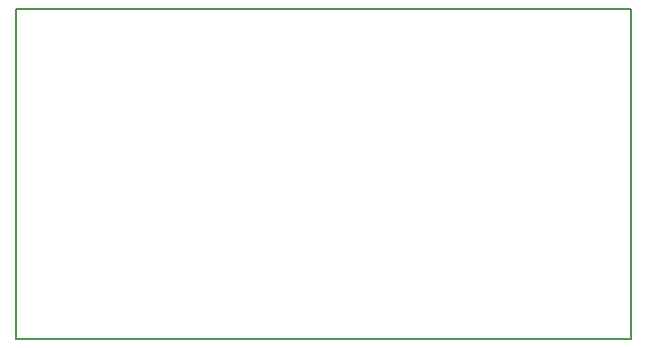
<source format=gbr>
G04 #@! TF.GenerationSoftware,KiCad,Pcbnew,(5.0.0)*
G04 #@! TF.CreationDate,2018-09-20T15:45:24+02:00*
G04 #@! TF.ProjectId,minitel_interface,6D696E6974656C5F696E746572666163,rev?*
G04 #@! TF.SameCoordinates,Original*
G04 #@! TF.FileFunction,Profile,NP*
%FSLAX46Y46*%
G04 Gerber Fmt 4.6, Leading zero omitted, Abs format (unit mm)*
G04 Created by KiCad (PCBNEW (5.0.0)) date 09/20/18 15:45:24*
%MOMM*%
%LPD*%
G01*
G04 APERTURE LIST*
%ADD10C,0.150000*%
G04 APERTURE END LIST*
D10*
X31750000Y-49530000D02*
X31750000Y-21590000D01*
X83820000Y-49530000D02*
X31750000Y-49530000D01*
X83820000Y-21590000D02*
X83820000Y-49530000D01*
X31750000Y-21590000D02*
X83820000Y-21590000D01*
M02*

</source>
